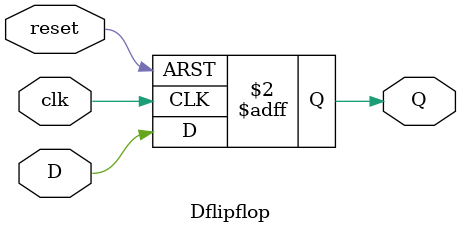
<source format=v>
`timescale 1ns / 1ps

module Dflipflop(D,clk,reset,Q);
input clk, reset,D;
output reg Q; //We use reg because of changing of value Q in the middle of execution

    always@(posedge clk, posedge reset)

    if(reset)
        Q<=1'b0;
    else 
        Q<=D;
 
endmodule

</source>
